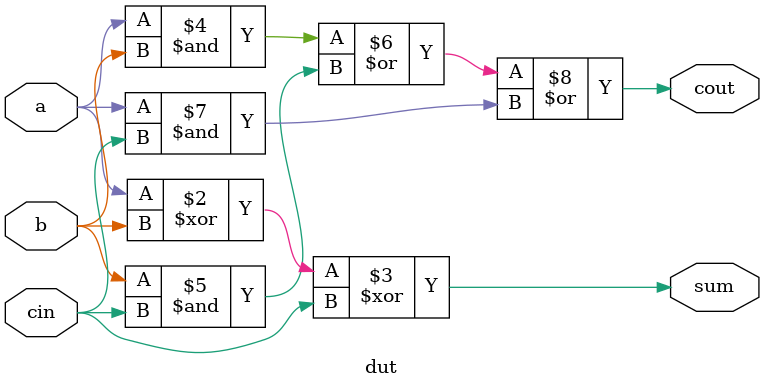
<source format=v>
module dut(
    input wire a,
    input wire b,
    input wire cin,
    output reg sum,
    output reg cout
);

    always @(*) begin
       sum = a ^ b ^ cin;
       cout = (a & b) | (b & cin) | (a & cin); 
    end

endmodule
</source>
